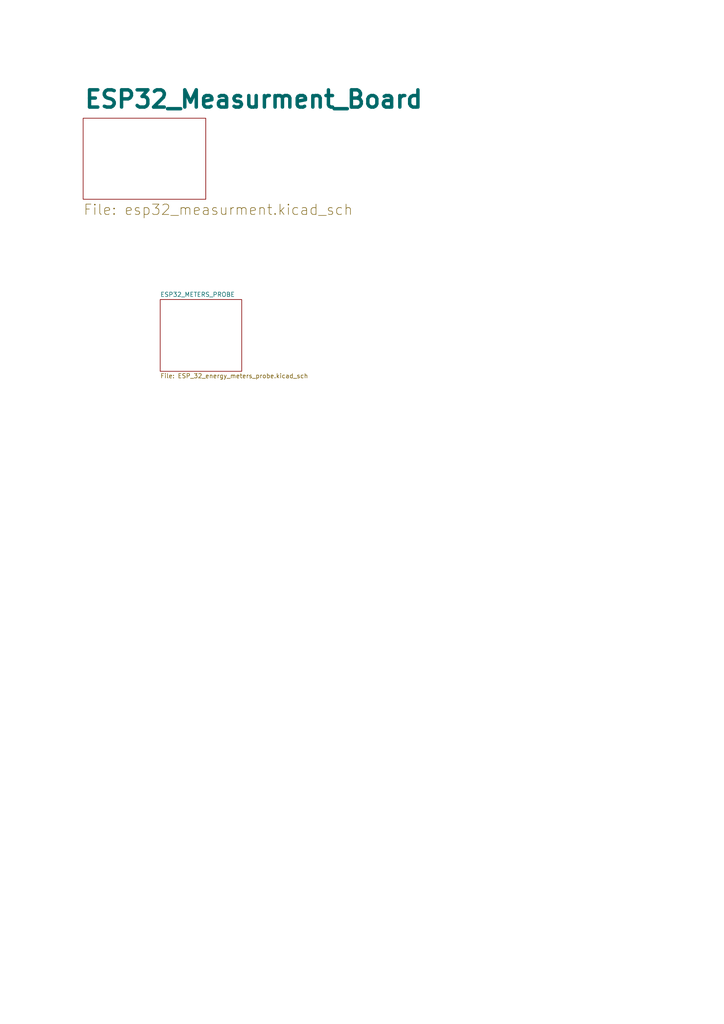
<source format=kicad_sch>
(kicad_sch
	(version 20231120)
	(generator "eeschema")
	(generator_version "8.0")
	(uuid "555ba40f-9abb-4b99-82c6-07e888fda9fd")
	(paper "A4" portrait)
	(lib_symbols)
	(sheet
		(at 46.482 86.868)
		(size 23.622 20.828)
		(fields_autoplaced yes)
		(stroke
			(width 0.1524)
			(type solid)
		)
		(fill
			(color 0 0 0 0.0000)
		)
		(uuid "8e097fd6-54e8-4c39-b60f-16b9a98546bb")
		(property "Sheetname" "ESP32_METERS_PROBE"
			(at 46.482 86.1564 0)
			(effects
				(font
					(size 1.27 1.27)
				)
				(justify left bottom)
			)
		)
		(property "Sheetfile" "ESP_32_energy_meters_probe.kicad_sch"
			(at 46.482 108.2806 0)
			(effects
				(font
					(size 1.27 1.27)
				)
				(justify left top)
			)
		)
		(instances
			(project "ESP32_master"
				(path "/555ba40f-9abb-4b99-82c6-07e888fda9fd"
					(page "3")
				)
			)
		)
	)
	(sheet
		(at 24.13 34.29)
		(size 35.56 23.495)
		(fields_autoplaced yes)
		(stroke
			(width 0.1524)
			(type solid)
		)
		(fill
			(color 0 0 0 0.0000)
		)
		(uuid "a8064d67-baba-4afe-84af-1260f43bc5ee")
		(property "Sheetname" "ESP32_Measurment_Board"
			(at 24.13 31.7134 0)
			(effects
				(font
					(size 5 5)
					(bold yes)
				)
				(justify left bottom)
			)
		)
		(property "Sheetfile" "esp32_measurment.kicad_sch"
			(at 24.13 59.0616 0)
			(effects
				(font
					(size 3 3)
				)
				(justify left top)
			)
		)
		(instances
			(project "ESP32_master"
				(path "/555ba40f-9abb-4b99-82c6-07e888fda9fd"
					(page "2")
				)
			)
		)
	)
	(sheet_instances
		(path "/"
			(page "1")
		)
	)
)
</source>
